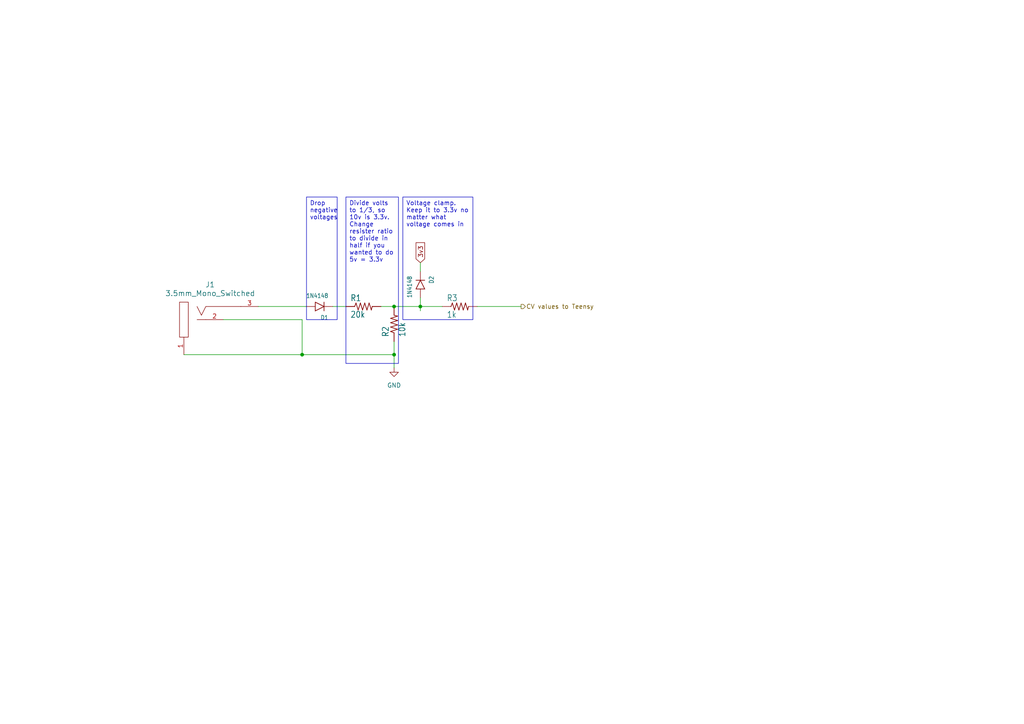
<source format=kicad_sch>
(kicad_sch (version 20230121) (generator eeschema)
  (paper "A4")
  (lib_symbols
    (symbol "A2 Drums-eagle-import:R-US_R0805"
      (property "Reference" "R" (at -3.81 1.4986 0))
      (symbol "R-US_R0805_1_0"
        (polyline (pts (xy -2.54 0) (xy -2.159 1.016)) (stroke (width 0.2032)))
        (polyline (pts (xy -2.159 1.016) (xy -1.524 -1.016)) (stroke (width 0.2032)))
        (polyline (pts (xy -1.524 -1.016) (xy -0.889 1.016)) (stroke (width 0.2032)))
        (polyline (pts (xy -0.889 1.016) (xy -0.254 -1.016)) (stroke (width 0.2032)))
        (polyline (pts (xy -0.254 -1.016) (xy 0.381 1.016)) (stroke (width 0.2032)))
        (polyline (pts (xy 0.381 1.016) (xy 1.016 -1.016)) (stroke (width 0.2032)))
        (polyline (pts (xy 1.016 -1.016) (xy 1.651 1.016)) (stroke (width 0.2032)))
        (polyline (pts (xy 1.651 1.016) (xy 2.286 -1.016)) (stroke (width 0.2032)))
        (polyline (pts (xy 2.286 -1.016) (xy 2.54 0)) (stroke (width 0.2032)))
        (pin passive line (at -5.08 0 0) (length 2.54) (name "1") (number "1"))
        (pin passive line (at 5.08 0 180) (length 2.54) (name "2") (number "2"))
      )
    )
    (symbol "PCM_4ms_Diode:D_Generic" (pin_numbers hide) (pin_names (offset 1.016) hide)
      (property "Reference" "D" (at 0 2.54 0))
      (property "Value" "D_Generic" (at 0 -2.54 0))
      (symbol "D_Generic_0_1"
        (polyline (pts (xy -1.27 1.27) (xy -1.27 -1.27)) (stroke (width 0.2032)))
        (polyline (pts (xy 1.27 1.27) (xy 1.27 -1.27) (xy -1.27 0) (xy 1.27 1.27)) (stroke (width 0.2032)))
      )
      (symbol "D_Generic_1_1"
        (pin passive line (at -3.81 0 0) (length 2.54) (name "K") (number "1"))
        (pin passive line (at 3.81 0 180) (length 2.54) (name "A") (number "2"))
      )
    )
    (symbol "PCM_4ms_Jack:3.5mm_Mono_Switched" (pin_names (offset 0) hide)
      (property "Reference" "J1" (at 2.54 10.16 0))
      (property "Value" "3.5mm_Mono_Switched" (at 2.54 7.62 0))
      (symbol "3.5mm_Mono_Switched_0_0"
        (rectangle (start -6.35 5.08) (end -3.81 -5.08))
        (polyline (pts (xy -1.27 0) (xy 1.27 0)))
        (polyline (pts (xy -1.27 3.81) (xy 0 1.27) (xy 1.27 3.81) (xy 11.43 3.81)))
      )
      (symbol "3.5mm_Mono_Switched_1_1"
        (pin passive line (at -5.08 -10.16 90) (length 5.08) (name "SHEILD") (number "1"))
        (pin passive line (at 6.35 0 180) (length 5.08) (name "SW") (number "2"))
        (pin passive line (at 16.51 3.81 180) (length 5.08) (name "SIG") (number "3"))
      )
    )
    (symbol "power:GND" (power) (pin_names (offset 0))
      (property "Value" "GND" (at 0 -3.81 0))
      (symbol "GND_0_1"
        (polyline (pts (xy 0 0) (xy 0 -1.27) (xy 1.27 -1.27) (xy 0 -2.54) (xy -1.27 -1.27) (xy 0 -1.27)))
      )
      (symbol "GND_1_1"
        (pin power_in line (at 0 0 270) (length 0) hide (name "GND") (number "1"))
      )
    )
  )
  (junction (at 114.3 88.9))
  (junction (at 121.92 88.9))
  (junction (at 87.63 102.87))
  (junction (at 114.3 102.87))
  (wire (pts (xy 87.63 92.71) (xy 87.63 102.87)))
  (wire (pts (xy 121.92 88.9) (xy 121.92 90.17)))
  (wire (pts (xy 121.92 76.2) (xy 121.92 78.74)))
  (wire (pts (xy 114.3 102.87) (xy 114.3 106.68)))
  (wire (pts (xy 64.77 92.71) (xy 87.63 92.71)))
  (wire (pts (xy 53.34 102.87) (xy 87.63 102.87)))
  (wire (pts (xy 74.93 88.9) (xy 88.9 88.9)))
  (wire (pts (xy 114.3 88.9) (xy 121.92 88.9)))
  (wire (pts (xy 87.63 102.87) (xy 114.3 102.87)))
  (wire (pts (xy 114.3 99.06) (xy 114.3 102.87)))
  (wire (pts (xy 96.52 88.9) (xy 100.33 88.9)))
  (wire (pts (xy 138.43 88.9) (xy 151.13 88.9)))
  (wire (pts (xy 121.92 86.36) (xy 121.92 88.9)))
  (wire (pts (xy 128.27 88.9) (xy 121.92 88.9)))
  (wire (pts (xy 110.49 88.9) (xy 114.3 88.9)))
  (text_box "Voltage clamp. Keep it to 3.3v no matter what voltage comes in" (at 116.84 57.15 0) (size 20.32 35.56) (effects (font (size 1.27 1.27)) (justify left top)))
  (text_box "Divide volts to 1/3, so 10v is 3.3v. Change resister ratio to divide in half if you wanted to do 5v = 3.3v" (at 100.33 57.15 0) (size 15.24 48.26) (effects (font (size 1.27 1.27)) (justify left top)))
  (text_box "Drop negative voltages" (at 88.9 57.15 0) (size 8.89 35.56) (effects (font (size 1.27 1.27)) (justify left top)))
  (global_label "3v3" (shape input) (at 121.92 76.2 90) (property "Intersheetrefs" "${INTERSHEET_REFS}" (effects hide)))
  (hierarchical_label "CV values to Teensy" (shape output) (at 151.13 88.9 0))
  (symbol (lib_id "A2 Drums-eagle-import:R-US_R0805") (at 105.41 88.9 0) (unit 1)
    (property "Reference" "R1" (at 101.6 87.4014 0) (effects (font (size 1.778 1.5113)) (justify left bottom)))
    (property "Value" "20k" (at 101.6 92.202 0) (effects (font (size 1.778 1.5113)) (justify left bottom)))
    (property "Footprint" "PCM_4ms_Resistor:R_Axial_DIN0207_L6.3mm_D2.5mm_P7.62mm_Horizontal" (effects hide))
  )
  (symbol (lib_id "PCM_4ms_Jack:3.5mm_Mono_Switched") (at 58.42 92.71 0) (unit 1)
    (property "Reference" "J1" (at 60.96 82.55 0) (effects (font (size 1.524 1.524))))
    (property "Value" "3.5mm_Mono_Switched" (at 60.96 85.09 0) (effects (font (size 1.524 1.524))))
    (property "Footprint" "Thonkiconn:PJ301M-12" (effects hide))
    (property "Specifications" "Audio 3.5mm Jack, mono, switched, PC-pin Vertical" (effects hide))
    (property "Manufacturer" "Wenzhou QingPu Electronics Co" (effects hide))
    (property "Part Number" "WQP-WQP518MA" (effects hide))
  )
  (symbol (lib_id "A2 Drums-eagle-import:R-US_R0805") (at 114.3 93.98 90) (unit 1)
    (property "Reference" "R2" (at 112.8014 97.79 0) (effects (font (size 1.778 1.5113)) (justify left bottom)))
    (property "Value" "10k" (at 117.602 97.79 0) (effects (font (size 1.778 1.5113)) (justify left bottom)))
    (property "Footprint" "PCM_4ms_Resistor:R_Axial_DIN0207_L6.3mm_D2.5mm_P7.62mm_Horizontal" (effects hide))
  )
  (symbol (lib_id "power:GND") (at 114.3 106.68 0) (unit 1)
    (property "Reference" "#PWR01" (effects hide))
    (property "Value" "GND" (at 114.3 111.76 0))
  )
  (symbol (lib_id "A2 Drums-eagle-import:R-US_R0805") (at 133.35 88.9 0) (unit 1)
    (property "Reference" "R3" (at 129.54 87.4014 0) (effects (font (size 1.778 1.5113)) (justify left bottom)))
    (property "Value" "1k" (at 129.54 92.202 0) (effects (font (size 1.778 1.5113)) (justify left bottom)))
    (property "Footprint" "PCM_4ms_Resistor:R_Axial_DIN0207_L6.3mm_D2.5mm_P7.62mm_Horizontal" (effects hide))
  )
  (symbol (lib_id "PCM_4ms_Diode:D_Generic") (at 92.71 88.9 180) (unit 1)
    (property "Reference" "D1" (at 95.25 91.44 0) (effects (font (size 1.27 1.0795)) (justify left bottom)))
    (property "Value" "1N4148" (at 95.25 85.09 0) (effects (font (size 1.27 1.0795)) (justify left bottom)))
    (property "Footprint" "PCM_4ms_Diode:D_DO-35_P7.62mm_Horizontal" (effects hide))
  )
  (symbol (lib_id "PCM_4ms_Diode:D_Generic") (at 121.92 82.55 270) (unit 1)
    (property "Reference" "D2" (at 124.46 80.01 0) (effects (font (size 1.27 1.0795)) (justify left bottom)))
    (property "Value" "1N4148" (at 118.11 80.01 0) (effects (font (size 1.27 1.0795)) (justify left bottom)))
    (property "Footprint" "PCM_4ms_Diode:D_DO-35_P7.62mm_Horizontal" (effects hide))
  )
)
</source>
